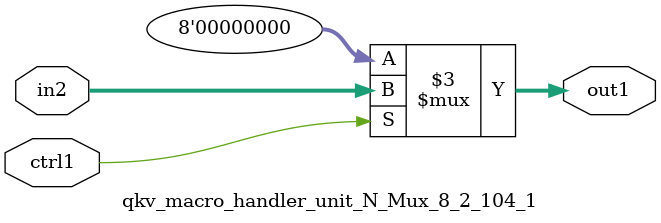
<source format=v>

`timescale 1ps / 1ps


module qkv_macro_handler_unit_N_Mux_8_2_104_1( in2, ctrl1, out1 );

    input [7:0] in2;
    input ctrl1;
    output [7:0] out1;
    reg [7:0] out1;

    
    // rtl_process:qkv_macro_handler_unit_N_Mux_8_2_104_1/qkv_macro_handler_unit_N_Mux_8_2_104_1_thread_1
    always @*
      begin : qkv_macro_handler_unit_N_Mux_8_2_104_1_thread_1
        case (ctrl1) 
          1'b1: 
            begin
              out1 = in2;
            end
          default: 
            begin
              out1 = 8'd000;
            end
        endcase
      end

endmodule


</source>
